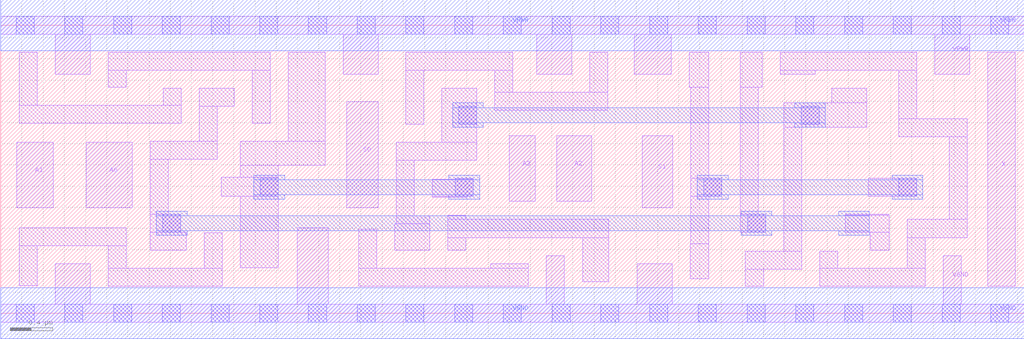
<source format=lef>
# Copyright 2020 The SkyWater PDK Authors
#
# Licensed under the Apache License, Version 2.0 (the "License");
# you may not use this file except in compliance with the License.
# You may obtain a copy of the License at
#
#     https://www.apache.org/licenses/LICENSE-2.0
#
# Unless required by applicable law or agreed to in writing, software
# distributed under the License is distributed on an "AS IS" BASIS,
# WITHOUT WARRANTIES OR CONDITIONS OF ANY KIND, either express or implied.
# See the License for the specific language governing permissions and
# limitations under the License.
#
# SPDX-License-Identifier: Apache-2.0

VERSION 5.7 ;
  NAMESCASESENSITIVE ON ;
  NOWIREEXTENSIONATPIN ON ;
  DIVIDERCHAR "/" ;
  BUSBITCHARS "[]" ;
UNITS
  DATABASE MICRONS 200 ;
END UNITS
MACRO sky130_fd_sc_hd__mux4_1
  CLASS CORE ;
  SOURCE USER ;
  FOREIGN sky130_fd_sc_hd__mux4_1 ;
  ORIGIN  0.000000  0.000000 ;
  SIZE  9.660000 BY  2.720000 ;
  SYMMETRY X Y R90 ;
  SITE unithd ;
  PIN A0
    ANTENNAGATEAREA  0.126000 ;
    DIRECTION INPUT ;
    USE SIGNAL ;
    PORT
      LAYER li1 ;
        RECT 0.805000 0.995000 1.240000 1.615000 ;
    END
  END A0
  PIN A1
    ANTENNAGATEAREA  0.126000 ;
    DIRECTION INPUT ;
    USE SIGNAL ;
    PORT
      LAYER li1 ;
        RECT 0.150000 0.995000 0.495000 1.615000 ;
    END
  END A1
  PIN A2
    ANTENNAGATEAREA  0.126000 ;
    DIRECTION INPUT ;
    USE SIGNAL ;
    PORT
      LAYER li1 ;
        RECT 5.250000 1.055000 5.580000 1.675000 ;
    END
  END A2
  PIN A3
    ANTENNAGATEAREA  0.126000 ;
    DIRECTION INPUT ;
    USE SIGNAL ;
    PORT
      LAYER li1 ;
        RECT 4.800000 1.055000 5.045000 1.675000 ;
    END
  END A3
  PIN S0
    ANTENNAGATEAREA  0.378000 ;
    DIRECTION INPUT ;
    USE SIGNAL ;
    PORT
      LAYER li1 ;
        RECT 3.265000 0.995000 3.565000 1.995000 ;
    END
  END S0
  PIN S1
    ANTENNAGATEAREA  0.252000 ;
    DIRECTION INPUT ;
    USE SIGNAL ;
    PORT
      LAYER li1 ;
        RECT 6.055000 0.995000 6.345000 1.675000 ;
    END
  END S1
  PIN X
    ANTENNADIFFAREA  0.429000 ;
    DIRECTION OUTPUT ;
    USE SIGNAL ;
    PORT
      LAYER li1 ;
        RECT 9.315000 0.255000 9.575000 2.465000 ;
    END
  END X
  PIN VGND
    DIRECTION INOUT ;
    SHAPE ABUTMENT ;
    USE GROUND ;
    PORT
      LAYER li1 ;
        RECT 0.000000 -0.085000 9.660000 0.085000 ;
        RECT 0.515000  0.085000 0.845000 0.465000 ;
        RECT 2.800000  0.085000 3.090000 0.805000 ;
        RECT 5.150000  0.085000 5.320000 0.545000 ;
        RECT 6.010000  0.085000 6.340000 0.465000 ;
        RECT 8.895000  0.085000 9.065000 0.545000 ;
      LAYER mcon ;
        RECT 0.145000 -0.085000 0.315000 0.085000 ;
        RECT 0.605000 -0.085000 0.775000 0.085000 ;
        RECT 1.065000 -0.085000 1.235000 0.085000 ;
        RECT 1.525000 -0.085000 1.695000 0.085000 ;
        RECT 1.985000 -0.085000 2.155000 0.085000 ;
        RECT 2.445000 -0.085000 2.615000 0.085000 ;
        RECT 2.905000 -0.085000 3.075000 0.085000 ;
        RECT 3.365000 -0.085000 3.535000 0.085000 ;
        RECT 3.825000 -0.085000 3.995000 0.085000 ;
        RECT 4.285000 -0.085000 4.455000 0.085000 ;
        RECT 4.745000 -0.085000 4.915000 0.085000 ;
        RECT 5.205000 -0.085000 5.375000 0.085000 ;
        RECT 5.665000 -0.085000 5.835000 0.085000 ;
        RECT 6.125000 -0.085000 6.295000 0.085000 ;
        RECT 6.585000 -0.085000 6.755000 0.085000 ;
        RECT 7.045000 -0.085000 7.215000 0.085000 ;
        RECT 7.505000 -0.085000 7.675000 0.085000 ;
        RECT 7.965000 -0.085000 8.135000 0.085000 ;
        RECT 8.425000 -0.085000 8.595000 0.085000 ;
        RECT 8.885000 -0.085000 9.055000 0.085000 ;
        RECT 9.345000 -0.085000 9.515000 0.085000 ;
      LAYER met1 ;
        RECT 0.000000 -0.240000 9.660000 0.240000 ;
    END
  END VGND
  PIN VPWR
    DIRECTION INOUT ;
    SHAPE ABUTMENT ;
    USE POWER ;
    PORT
      LAYER li1 ;
        RECT 0.000000 2.635000 9.660000 2.805000 ;
        RECT 0.515000 2.255000 0.845000 2.635000 ;
        RECT 3.235000 2.255000 3.565000 2.635000 ;
        RECT 5.060000 2.255000 5.390000 2.635000 ;
        RECT 5.980000 2.255000 6.330000 2.635000 ;
        RECT 8.815000 2.255000 9.145000 2.635000 ;
      LAYER mcon ;
        RECT 0.145000 2.635000 0.315000 2.805000 ;
        RECT 0.605000 2.635000 0.775000 2.805000 ;
        RECT 1.065000 2.635000 1.235000 2.805000 ;
        RECT 1.525000 2.635000 1.695000 2.805000 ;
        RECT 1.985000 2.635000 2.155000 2.805000 ;
        RECT 2.445000 2.635000 2.615000 2.805000 ;
        RECT 2.905000 2.635000 3.075000 2.805000 ;
        RECT 3.365000 2.635000 3.535000 2.805000 ;
        RECT 3.825000 2.635000 3.995000 2.805000 ;
        RECT 4.285000 2.635000 4.455000 2.805000 ;
        RECT 4.745000 2.635000 4.915000 2.805000 ;
        RECT 5.205000 2.635000 5.375000 2.805000 ;
        RECT 5.665000 2.635000 5.835000 2.805000 ;
        RECT 6.125000 2.635000 6.295000 2.805000 ;
        RECT 6.585000 2.635000 6.755000 2.805000 ;
        RECT 7.045000 2.635000 7.215000 2.805000 ;
        RECT 7.505000 2.635000 7.675000 2.805000 ;
        RECT 7.965000 2.635000 8.135000 2.805000 ;
        RECT 8.425000 2.635000 8.595000 2.805000 ;
        RECT 8.885000 2.635000 9.055000 2.805000 ;
        RECT 9.345000 2.635000 9.515000 2.805000 ;
      LAYER met1 ;
        RECT 0.000000 2.480000 9.660000 2.960000 ;
    END
  END VPWR
  OBS
    LAYER li1 ;
      RECT 0.175000 0.260000 0.345000 0.635000 ;
      RECT 0.175000 0.635000 1.185000 0.805000 ;
      RECT 0.175000 1.795000 1.705000 1.965000 ;
      RECT 0.175000 1.965000 0.345000 2.465000 ;
      RECT 1.015000 0.255000 2.090000 0.425000 ;
      RECT 1.015000 0.425000 1.185000 0.635000 ;
      RECT 1.015000 2.135000 1.185000 2.295000 ;
      RECT 1.015000 2.295000 2.545000 2.465000 ;
      RECT 1.410000 0.595000 1.750000 0.765000 ;
      RECT 1.410000 0.765000 1.700000 0.935000 ;
      RECT 1.410000 0.935000 1.580000 1.455000 ;
      RECT 1.410000 1.455000 2.045000 1.625000 ;
      RECT 1.535000 1.965000 1.705000 2.125000 ;
      RECT 1.875000 1.625000 2.045000 1.955000 ;
      RECT 1.875000 1.955000 2.205000 2.125000 ;
      RECT 1.920000 0.425000 2.090000 0.760000 ;
      RECT 2.080000 1.105000 2.620000 1.285000 ;
      RECT 2.260000 0.430000 2.620000 1.105000 ;
      RECT 2.260000 1.285000 2.620000 1.395000 ;
      RECT 2.260000 1.395000 3.065000 1.625000 ;
      RECT 2.375000 1.795000 2.545000 2.295000 ;
      RECT 2.715000 1.625000 3.065000 2.465000 ;
      RECT 3.380000 0.255000 4.980000 0.425000 ;
      RECT 3.380000 0.425000 3.550000 0.795000 ;
      RECT 3.720000 0.595000 4.050000 0.845000 ;
      RECT 3.735000 0.845000 4.050000 0.920000 ;
      RECT 3.735000 0.920000 3.905000 1.445000 ;
      RECT 3.735000 1.445000 4.495000 1.615000 ;
      RECT 3.825000 1.785000 3.995000 2.295000 ;
      RECT 3.825000 2.295000 4.835000 2.465000 ;
      RECT 4.075000 1.095000 4.405000 1.105000 ;
      RECT 4.075000 1.105000 4.460000 1.265000 ;
      RECT 4.165000 1.615000 4.495000 2.125000 ;
      RECT 4.220000 0.595000 4.390000 0.715000 ;
      RECT 4.220000 0.715000 5.740000 0.885000 ;
      RECT 4.220000 0.885000 4.390000 0.925000 ;
      RECT 4.290000 1.265000 4.460000 1.275000 ;
      RECT 4.625000 0.425000 4.980000 0.465000 ;
      RECT 4.665000 1.915000 5.730000 2.085000 ;
      RECT 4.665000 2.085000 4.835000 2.295000 ;
      RECT 5.495000 0.295000 5.740000 0.715000 ;
      RECT 5.560000 2.085000 5.730000 2.465000 ;
      RECT 6.500000 2.135000 6.685000 2.465000 ;
      RECT 6.510000 0.325000 6.685000 0.655000 ;
      RECT 6.515000 0.655000 6.685000 1.105000 ;
      RECT 6.515000 1.105000 6.805000 1.275000 ;
      RECT 6.515000 1.275000 6.685000 2.135000 ;
      RECT 6.980000 0.765000 7.220000 0.935000 ;
      RECT 6.980000 0.935000 7.150000 2.135000 ;
      RECT 6.980000 2.135000 7.190000 2.465000 ;
      RECT 7.030000 0.255000 7.200000 0.415000 ;
      RECT 7.030000 0.415000 7.560000 0.585000 ;
      RECT 7.360000 2.255000 7.690000 2.295000 ;
      RECT 7.360000 2.295000 8.645000 2.465000 ;
      RECT 7.390000 0.585000 7.560000 1.755000 ;
      RECT 7.390000 1.755000 8.175000 1.985000 ;
      RECT 7.730000 0.255000 8.725000 0.425000 ;
      RECT 7.730000 0.425000 7.900000 0.585000 ;
      RECT 7.845000 1.985000 8.175000 2.125000 ;
      RECT 7.970000 0.765000 8.385000 0.925000 ;
      RECT 7.970000 0.925000 8.380000 0.935000 ;
      RECT 8.190000 1.105000 8.645000 1.275000 ;
      RECT 8.210000 0.595000 8.385000 0.765000 ;
      RECT 8.475000 1.665000 9.125000 1.835000 ;
      RECT 8.475000 1.835000 8.645000 2.295000 ;
      RECT 8.555000 0.425000 8.725000 0.715000 ;
      RECT 8.555000 0.715000 9.125000 0.885000 ;
      RECT 8.955000 0.885000 9.125000 1.665000 ;
    LAYER mcon ;
      RECT 1.530000 0.765000 1.700000 0.935000 ;
      RECT 2.450000 1.105000 2.620000 1.275000 ;
      RECT 4.290000 1.105000 4.460000 1.275000 ;
      RECT 4.325000 1.785000 4.495000 1.955000 ;
      RECT 6.635000 1.105000 6.805000 1.275000 ;
      RECT 7.050000 0.765000 7.220000 0.935000 ;
      RECT 7.555000 1.785000 7.725000 1.955000 ;
      RECT 8.475000 1.105000 8.645000 1.275000 ;
    LAYER met1 ;
      RECT 1.470000 0.735000 1.760000 0.780000 ;
      RECT 1.470000 0.780000 8.200000 0.920000 ;
      RECT 1.470000 0.920000 1.760000 0.965000 ;
      RECT 2.390000 1.075000 2.680000 1.120000 ;
      RECT 2.390000 1.120000 4.520000 1.260000 ;
      RECT 2.390000 1.260000 2.680000 1.305000 ;
      RECT 4.230000 1.075000 4.520000 1.120000 ;
      RECT 4.230000 1.260000 4.520000 1.305000 ;
      RECT 4.265000 1.755000 4.555000 1.800000 ;
      RECT 4.265000 1.800000 7.785000 1.940000 ;
      RECT 4.265000 1.940000 4.555000 1.985000 ;
      RECT 6.575000 1.075000 6.865000 1.120000 ;
      RECT 6.575000 1.120000 8.705000 1.260000 ;
      RECT 6.575000 1.260000 6.865000 1.305000 ;
      RECT 6.990000 0.735000 7.280000 0.780000 ;
      RECT 6.990000 0.920000 7.280000 0.965000 ;
      RECT 7.495000 1.755000 7.785000 1.800000 ;
      RECT 7.495000 1.940000 7.785000 1.985000 ;
      RECT 7.910000 0.735000 8.200000 0.780000 ;
      RECT 7.910000 0.920000 8.200000 0.965000 ;
      RECT 8.415000 1.075000 8.705000 1.120000 ;
      RECT 8.415000 1.260000 8.705000 1.305000 ;
  END
END sky130_fd_sc_hd__mux4_1
END LIBRARY

</source>
